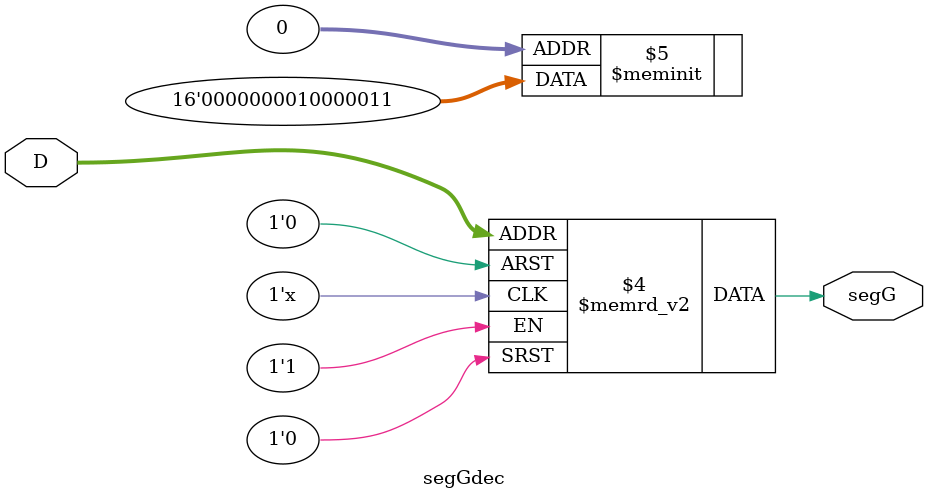
<source format=sv>
module segGdec
(
	input [3:0] D,
	output reg segG
);

 always @ (*) begin
    case(D)
    4'h0,4'h1,4'h7: segG = 1'b1;
    4'h2,4'h3,4'h4,4'h5,4'h6,4'h8,4'h9,4'hA,4'hB,4'hC,4'hD,4'hE,4'hF: segG = 1'b0;
    default : segG = 1'bx;
    endcase
 end
  
endmodule

</source>
